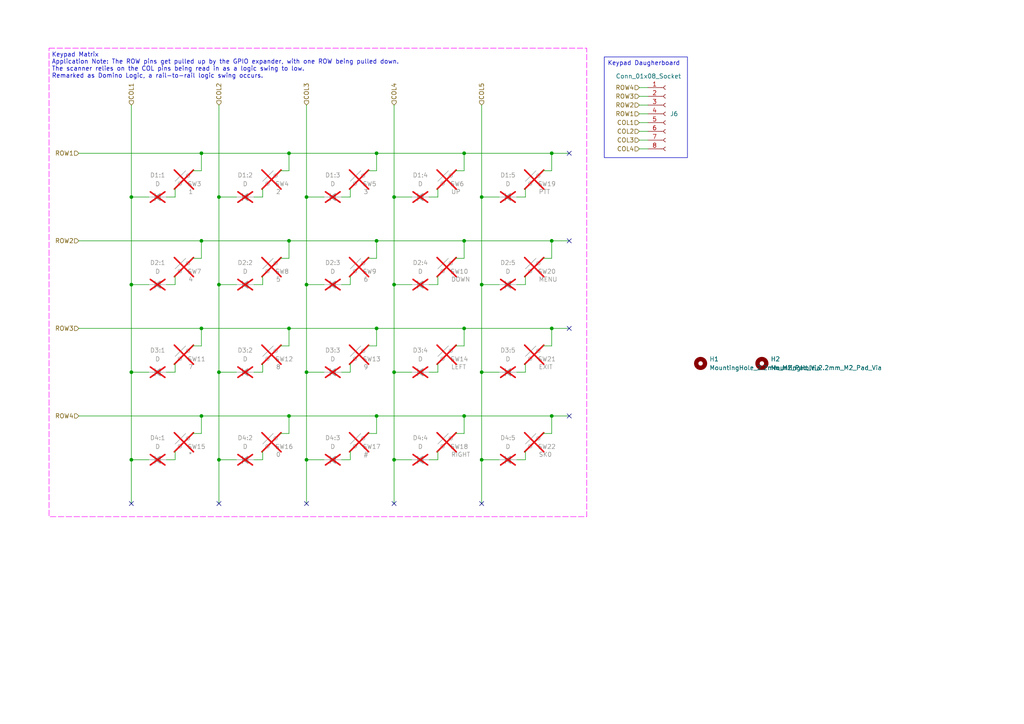
<source format=kicad_sch>
(kicad_sch (version 20250114) (generator "eeschema") (generator_version "9.0")
  (paper "A4")
  (lib_symbols
    (symbol "Connector:Conn_01x08_Socket" (pin_names (offset 1.016) (hide yes))
      (property "Reference" "J" (at 0 10.16 0))
      (property "Value" "Conn_01x08_Socket" (at 0 -12.7 0))
      (symbol "Conn_01x08_Socket_1_1"
        (polyline (pts (xy -1.27 7.62) (xy -0.508 7.62)) (stroke (width 0.1524)))
        (polyline (pts (xy -1.27 5.08) (xy -0.508 5.08)) (stroke (width 0.1524)))
        (polyline (pts (xy -1.27 2.54) (xy -0.508 2.54)) (stroke (width 0.1524)))
        (polyline (pts (xy -1.27 0) (xy -0.508 0)) (stroke (width 0.1524)))
        (polyline (pts (xy -1.27 -2.54) (xy -0.508 -2.54)) (stroke (width 0.1524)))
        (polyline (pts (xy -1.27 -5.08) (xy -0.508 -5.08)) (stroke (width 0.1524)))
        (polyline (pts (xy -1.27 -7.62) (xy -0.508 -7.62)) (stroke (width 0.1524)))
        (polyline (pts (xy -1.27 -10.16) (xy -0.508 -10.16)) (stroke (width 0.1524)))
        (arc (start 0 7.112) (mid -0.5058 7.62) (end 0 8.128) (stroke (width 0.1524)))
        (arc (start 0 4.572) (mid -0.5058 5.08) (end 0 5.588) (stroke (width 0.1524)))
        (arc (start 0 2.032) (mid -0.5058 2.54) (end 0 3.048) (stroke (width 0.1524)))
        (arc (start 0 -0.508) (mid -0.5058 0) (end 0 0.508) (stroke (width 0.1524)))
        (arc (start 0 -3.048) (mid -0.5058 -2.54) (end 0 -2.032) (stroke (width 0.1524)))
        (arc (start 0 -5.588) (mid -0.5058 -5.08) (end 0 -4.572) (stroke (width 0.1524)))
        (arc (start 0 -8.128) (mid -0.5058 -7.62) (end 0 -7.112) (stroke (width 0.1524)))
        (arc (start 0 -10.668) (mid -0.5058 -10.16) (end 0 -9.652) (stroke (width 0.1524)))
        (pin passive line (at -5.08 7.62 0) (length 3.81) (name "Pin_1") (number "1"))
        (pin passive line (at -5.08 5.08 0) (length 3.81) (name "Pin_2") (number "2"))
        (pin passive line (at -5.08 2.54 0) (length 3.81) (name "Pin_3") (number "3"))
        (pin passive line (at -5.08 0 0) (length 3.81) (name "Pin_4") (number "4"))
        (pin passive line (at -5.08 -2.54 0) (length 3.81) (name "Pin_5") (number "5"))
        (pin passive line (at -5.08 -5.08 0) (length 3.81) (name "Pin_6") (number "6"))
        (pin passive line (at -5.08 -7.62 0) (length 3.81) (name "Pin_7") (number "7"))
        (pin passive line (at -5.08 -10.16 0) (length 3.81) (name "Pin_8") (number "8"))
      )
    )
    (symbol "Device:D_Small_Filled" (pin_numbers (hide yes)) (pin_names (offset 0.254) (hide yes))
      (property "Reference" "D" (at -1.27 2.032 0))
      (property "Value" "D_Small_Filled" (at -3.81 -2.032 0))
      (symbol "D_Small_Filled_0_1"
        (polyline (pts (xy -0.762 0) (xy 0.762 0)))
        (polyline (pts (xy -0.762 -1.016) (xy -0.762 1.016)) (stroke (width 0.254)))
        (polyline (pts (xy 0.762 -1.016) (xy -0.762 0) (xy 0.762 1.016) (xy 0.762 -1.016)) (stroke (width 0.254)) (fill (type outline)))
      )
      (symbol "D_Small_Filled_1_1"
        (pin passive line (at -2.54 0 0) (length 1.778) (name "K") (number "1"))
        (pin passive line (at 2.54 0 180) (length 1.778) (name "A") (number "2"))
      )
    )
    (symbol "Mechanical:MountingHole" (pin_names (offset 1.016)) (exclude_from_sim yes) (in_bom no)
      (property "Reference" "H" (at 0 5.08 0))
      (property "Value" "MountingHole" (at 0 3.175 0))
      (symbol "MountingHole_0_1"
        (circle (center 0 0) (radius 1.27) (stroke (width 1.27)))
      )
    )
    (symbol "Switch:SW_Push_45deg" (pin_numbers (hide yes)) (pin_names (offset 1.016) (hide yes))
      (property "Reference" "SW" (at 3.048 1.016 0))
      (property "Value" "SW_Push_45deg" (at 0 -3.81 0))
      (symbol "SW_Push_45deg_0_1"
        (polyline (pts (xy -2.54 2.54) (xy -1.524 1.524) (xy -1.524 1.524)))
        (circle (center -1.1684 1.1684) (radius 0.508))
        (polyline (pts (xy -0.508 2.54) (xy 2.54 -0.508)))
        (polyline (pts (xy 1.016 1.016) (xy 2.032 2.032)))
        (circle (center 1.143 -1.1938) (radius 0.508))
        (polyline (pts (xy 1.524 -1.524) (xy 2.54 -2.54) (xy 2.54 -2.54) (xy 2.54 -2.54)))
        (pin passive line (at -2.54 2.54 0) (length 0) (name "1") (number "1"))
        (pin passive line (at 2.54 -2.54 180) (length 0) (name "2") (number "2"))
      )
    )
  )
  (rectangle (start 14.224 13.97) (end 170.18 149.86) (stroke (width 0) (type dash) (color 255 0 255 1)))
  (text "Keypad Matrix\nApplication Note: The ROW pins get pulled up by the GPIO expander, with one ROW being pulled down.\nThe scanner relies on the COL pins being read in as a logic swing to low.\nRemarked as Domino Logic, a rail-to-rail logic swing occurs." (at 14.986 19.05 0) (effects (font (size 1.27 1.27)) (justify left)))
  (text_box "Keypad Daugherboard" (at 175.26 16.51 0) (size 24.13 29.21) (margins 0.9525 0.9525 0.9525 0.9525) (effects (font (size 1.27 1.27)) (justify left top)))
  (junction (at 114.3 57.15))
  (junction (at 63.5 133.35))
  (junction (at 134.62 95.25))
  (junction (at 109.22 44.45))
  (junction (at 139.7 133.35))
  (junction (at 88.9 82.55))
  (junction (at 58.42 95.25))
  (junction (at 83.82 44.45))
  (junction (at 109.22 120.65))
  (junction (at 134.62 69.85))
  (junction (at 63.5 107.95))
  (junction (at 58.42 120.65))
  (junction (at 160.02 69.85))
  (junction (at 134.62 120.65))
  (junction (at 88.9 57.15))
  (junction (at 114.3 107.95))
  (junction (at 109.22 69.85))
  (junction (at 38.1 82.55))
  (junction (at 58.42 69.85))
  (junction (at 38.1 57.15))
  (junction (at 160.02 95.25))
  (junction (at 114.3 82.55))
  (junction (at 139.7 82.55))
  (junction (at 114.3 133.35))
  (junction (at 134.62 44.45))
  (junction (at 160.02 120.65))
  (junction (at 83.82 120.65))
  (junction (at 63.5 57.15))
  (junction (at 38.1 133.35))
  (junction (at 109.22 95.25))
  (junction (at 58.42 44.45))
  (junction (at 88.9 133.35))
  (junction (at 88.9 107.95))
  (junction (at 83.82 69.85))
  (junction (at 63.5 82.55))
  (junction (at 139.7 57.15))
  (junction (at 83.82 95.25))
  (junction (at 38.1 107.95))
  (junction (at 160.02 44.45))
  (junction (at 139.7 107.95))
  (no_connect (at 165.1 120.65))
  (no_connect (at 139.7 146.05))
  (no_connect (at 63.5 146.05))
  (no_connect (at 114.3 146.05))
  (no_connect (at 165.1 44.45))
  (no_connect (at 165.1 95.25))
  (no_connect (at 165.1 69.85))
  (no_connect (at 38.1 146.05))
  (no_connect (at 88.9 146.05))
  (wire (pts (xy 139.7 133.35) (xy 139.7 146.05)))
  (wire (pts (xy 185.42 30.48) (xy 187.96 30.48)))
  (wire (pts (xy 114.3 133.35) (xy 119.38 133.35)))
  (wire (pts (xy 160.02 69.85) (xy 165.1 69.85)))
  (wire (pts (xy 88.9 57.15) (xy 88.9 82.55)))
  (wire (pts (xy 152.4 57.15) (xy 149.86 57.15)))
  (wire (pts (xy 88.9 82.55) (xy 93.98 82.55)))
  (wire (pts (xy 139.7 133.35) (xy 144.78 133.35)))
  (wire (pts (xy 134.62 95.25) (xy 134.62 100.33)))
  (wire (pts (xy 38.1 107.95) (xy 38.1 133.35)))
  (wire (pts (xy 55.88 49.53) (xy 58.42 49.53)))
  (wire (pts (xy 76.2 107.95) (xy 76.2 105.41)))
  (wire (pts (xy 76.2 133.35) (xy 73.66 133.35)))
  (wire (pts (xy 106.68 100.33) (xy 109.22 100.33)))
  (wire (pts (xy 185.42 27.94) (xy 187.96 27.94)))
  (wire (pts (xy 134.62 120.65) (xy 160.02 120.65)))
  (wire (pts (xy 101.6 57.15) (xy 101.6 54.61)))
  (wire (pts (xy 83.82 69.85) (xy 83.82 74.93)))
  (wire (pts (xy 160.02 120.65) (xy 160.02 125.73)))
  (wire (pts (xy 109.22 95.25) (xy 109.22 100.33)))
  (wire (pts (xy 109.22 69.85) (xy 109.22 74.93)))
  (wire (pts (xy 114.3 107.95) (xy 119.38 107.95)))
  (wire (pts (xy 50.8 107.95) (xy 50.8 105.41)))
  (wire (pts (xy 63.5 133.35) (xy 68.58 133.35)))
  (wire (pts (xy 88.9 82.55) (xy 88.9 107.95)))
  (wire (pts (xy 58.42 44.45) (xy 83.82 44.45)))
  (wire (pts (xy 139.7 82.55) (xy 139.7 107.95)))
  (wire (pts (xy 127 82.55) (xy 127 80.01)))
  (wire (pts (xy 50.8 107.95) (xy 48.26 107.95)))
  (wire (pts (xy 88.9 107.95) (xy 93.98 107.95)))
  (wire (pts (xy 106.68 49.53) (xy 109.22 49.53)))
  (wire (pts (xy 160.02 95.25) (xy 160.02 100.33)))
  (wire (pts (xy 83.82 69.85) (xy 109.22 69.85)))
  (wire (pts (xy 152.4 107.95) (xy 149.86 107.95)))
  (wire (pts (xy 63.5 133.35) (xy 63.5 146.05)))
  (wire (pts (xy 109.22 44.45) (xy 134.62 44.45)))
  (wire (pts (xy 63.5 57.15) (xy 63.5 82.55)))
  (wire (pts (xy 152.4 82.55) (xy 149.86 82.55)))
  (wire (pts (xy 127 57.15) (xy 124.46 57.15)))
  (wire (pts (xy 50.8 82.55) (xy 48.26 82.55)))
  (wire (pts (xy 127 82.55) (xy 124.46 82.55)))
  (wire (pts (xy 132.08 74.93) (xy 134.62 74.93)))
  (wire (pts (xy 160.02 69.85) (xy 160.02 74.93)))
  (wire (pts (xy 88.9 107.95) (xy 88.9 133.35)))
  (wire (pts (xy 50.8 133.35) (xy 48.26 133.35)))
  (wire (pts (xy 76.2 57.15) (xy 73.66 57.15)))
  (wire (pts (xy 22.86 120.65) (xy 58.42 120.65)))
  (wire (pts (xy 101.6 82.55) (xy 101.6 80.01)))
  (wire (pts (xy 58.42 95.25) (xy 58.42 100.33)))
  (wire (pts (xy 38.1 57.15) (xy 43.18 57.15)))
  (wire (pts (xy 83.82 120.65) (xy 83.82 125.73)))
  (wire (pts (xy 38.1 82.55) (xy 43.18 82.55)))
  (wire (pts (xy 83.82 95.25) (xy 109.22 95.25)))
  (wire (pts (xy 109.22 120.65) (xy 109.22 125.73)))
  (wire (pts (xy 63.5 107.95) (xy 63.5 133.35)))
  (wire (pts (xy 106.68 125.73) (xy 109.22 125.73)))
  (wire (pts (xy 157.48 125.73) (xy 160.02 125.73)))
  (wire (pts (xy 55.88 100.33) (xy 58.42 100.33)))
  (wire (pts (xy 160.02 95.25) (xy 165.1 95.25)))
  (wire (pts (xy 38.1 133.35) (xy 43.18 133.35)))
  (wire (pts (xy 134.62 44.45) (xy 160.02 44.45)))
  (wire (pts (xy 109.22 120.65) (xy 134.62 120.65)))
  (wire (pts (xy 58.42 69.85) (xy 83.82 69.85)))
  (wire (pts (xy 157.48 74.93) (xy 160.02 74.93)))
  (wire (pts (xy 109.22 95.25) (xy 134.62 95.25)))
  (wire (pts (xy 50.8 57.15) (xy 48.26 57.15)))
  (wire (pts (xy 58.42 120.65) (xy 83.82 120.65)))
  (wire (pts (xy 185.42 35.56) (xy 187.96 35.56)))
  (wire (pts (xy 55.88 74.93) (xy 58.42 74.93)))
  (wire (pts (xy 114.3 82.55) (xy 114.3 107.95)))
  (wire (pts (xy 88.9 30.48) (xy 88.9 57.15)))
  (wire (pts (xy 101.6 57.15) (xy 99.06 57.15)))
  (wire (pts (xy 101.6 107.95) (xy 101.6 105.41)))
  (wire (pts (xy 157.48 49.53) (xy 160.02 49.53)))
  (wire (pts (xy 139.7 57.15) (xy 139.7 82.55)))
  (wire (pts (xy 76.2 57.15) (xy 76.2 54.61)))
  (wire (pts (xy 185.42 40.64) (xy 187.96 40.64)))
  (wire (pts (xy 88.9 57.15) (xy 93.98 57.15)))
  (wire (pts (xy 81.28 74.93) (xy 83.82 74.93)))
  (wire (pts (xy 127 133.35) (xy 127 130.81)))
  (wire (pts (xy 134.62 44.45) (xy 134.62 49.53)))
  (wire (pts (xy 38.1 133.35) (xy 38.1 146.05)))
  (wire (pts (xy 88.9 133.35) (xy 93.98 133.35)))
  (wire (pts (xy 83.82 44.45) (xy 109.22 44.45)))
  (wire (pts (xy 83.82 95.25) (xy 83.82 100.33)))
  (wire (pts (xy 81.28 49.53) (xy 83.82 49.53)))
  (wire (pts (xy 101.6 82.55) (xy 99.06 82.55)))
  (wire (pts (xy 50.8 82.55) (xy 50.8 80.01)))
  (wire (pts (xy 134.62 120.65) (xy 134.62 125.73)))
  (wire (pts (xy 38.1 30.48) (xy 38.1 57.15)))
  (wire (pts (xy 157.48 100.33) (xy 160.02 100.33)))
  (wire (pts (xy 81.28 125.73) (xy 83.82 125.73)))
  (wire (pts (xy 101.6 107.95) (xy 99.06 107.95)))
  (wire (pts (xy 132.08 125.73) (xy 134.62 125.73)))
  (wire (pts (xy 22.86 69.85) (xy 58.42 69.85)))
  (wire (pts (xy 38.1 57.15) (xy 38.1 82.55)))
  (wire (pts (xy 127 107.95) (xy 127 105.41)))
  (wire (pts (xy 76.2 82.55) (xy 76.2 80.01)))
  (wire (pts (xy 88.9 133.35) (xy 88.9 146.05)))
  (wire (pts (xy 134.62 69.85) (xy 160.02 69.85)))
  (wire (pts (xy 58.42 120.65) (xy 58.42 125.73)))
  (wire (pts (xy 152.4 133.35) (xy 149.86 133.35)))
  (wire (pts (xy 106.68 74.93) (xy 109.22 74.93)))
  (wire (pts (xy 134.62 69.85) (xy 134.62 74.93)))
  (wire (pts (xy 58.42 95.25) (xy 83.82 95.25)))
  (wire (pts (xy 63.5 82.55) (xy 68.58 82.55)))
  (wire (pts (xy 160.02 44.45) (xy 160.02 49.53)))
  (wire (pts (xy 76.2 82.55) (xy 73.66 82.55)))
  (wire (pts (xy 76.2 107.95) (xy 73.66 107.95)))
  (wire (pts (xy 83.82 44.45) (xy 83.82 49.53)))
  (wire (pts (xy 50.8 133.35) (xy 50.8 130.81)))
  (wire (pts (xy 114.3 107.95) (xy 114.3 133.35)))
  (wire (pts (xy 63.5 57.15) (xy 68.58 57.15)))
  (wire (pts (xy 185.42 43.18) (xy 187.96 43.18)))
  (wire (pts (xy 114.3 82.55) (xy 119.38 82.55)))
  (wire (pts (xy 152.4 133.35) (xy 152.4 130.81)))
  (wire (pts (xy 139.7 107.95) (xy 144.78 107.95)))
  (wire (pts (xy 114.3 57.15) (xy 114.3 82.55)))
  (wire (pts (xy 38.1 82.55) (xy 38.1 107.95)))
  (wire (pts (xy 63.5 82.55) (xy 63.5 107.95)))
  (wire (pts (xy 114.3 57.15) (xy 119.38 57.15)))
  (wire (pts (xy 185.42 33.02) (xy 187.96 33.02)))
  (wire (pts (xy 160.02 44.45) (xy 165.1 44.45)))
  (wire (pts (xy 185.42 25.4) (xy 187.96 25.4)))
  (wire (pts (xy 109.22 69.85) (xy 134.62 69.85)))
  (wire (pts (xy 185.42 38.1) (xy 187.96 38.1)))
  (wire (pts (xy 50.8 57.15) (xy 50.8 54.61)))
  (wire (pts (xy 58.42 44.45) (xy 58.42 49.53)))
  (wire (pts (xy 81.28 100.33) (xy 83.82 100.33)))
  (wire (pts (xy 101.6 133.35) (xy 101.6 130.81)))
  (wire (pts (xy 114.3 133.35) (xy 114.3 146.05)))
  (wire (pts (xy 55.88 125.73) (xy 58.42 125.73)))
  (wire (pts (xy 139.7 82.55) (xy 144.78 82.55)))
  (wire (pts (xy 160.02 120.65) (xy 165.1 120.65)))
  (wire (pts (xy 114.3 30.48) (xy 114.3 57.15)))
  (wire (pts (xy 22.86 95.25) (xy 58.42 95.25)))
  (wire (pts (xy 134.62 95.25) (xy 160.02 95.25)))
  (wire (pts (xy 109.22 44.45) (xy 109.22 49.53)))
  (wire (pts (xy 152.4 57.15) (xy 152.4 54.61)))
  (wire (pts (xy 58.42 69.85) (xy 58.42 74.93)))
  (wire (pts (xy 83.82 120.65) (xy 109.22 120.65)))
  (wire (pts (xy 76.2 133.35) (xy 76.2 130.81)))
  (wire (pts (xy 139.7 30.48) (xy 139.7 57.15)))
  (wire (pts (xy 152.4 107.95) (xy 152.4 105.41)))
  (wire (pts (xy 101.6 133.35) (xy 99.06 133.35)))
  (wire (pts (xy 132.08 49.53) (xy 134.62 49.53)))
  (wire (pts (xy 127 107.95) (xy 124.46 107.95)))
  (wire (pts (xy 22.86 44.45) (xy 58.42 44.45)))
  (wire (pts (xy 127 57.15) (xy 127 54.61)))
  (wire (pts (xy 139.7 57.15) (xy 144.78 57.15)))
  (wire (pts (xy 152.4 82.55) (xy 152.4 80.01)))
  (wire (pts (xy 127 133.35) (xy 124.46 133.35)))
  (wire (pts (xy 63.5 30.48) (xy 63.5 57.15)))
  (wire (pts (xy 139.7 107.95) (xy 139.7 133.35)))
  (wire (pts (xy 63.5 107.95) (xy 68.58 107.95)))
  (wire (pts (xy 132.08 100.33) (xy 134.62 100.33)))
  (wire (pts (xy 38.1 107.95) (xy 43.18 107.95)))
  (hierarchical_label "COL4" (shape input) (at 185.42 43.18 180))
  (hierarchical_label "ROW1" (shape input) (at 185.42 33.02 180))
  (hierarchical_label "ROW3" (shape input) (at 185.42 27.94 180))
  (hierarchical_label "COL2" (shape input) (at 63.5 30.48 90))
  (hierarchical_label "COL2" (shape input) (at 185.42 38.1 180))
  (hierarchical_label "ROW2" (shape input) (at 185.42 30.48 180))
  (hierarchical_label "COL1" (shape input) (at 185.42 35.56 180))
  (hierarchical_label "COL4" (shape input) (at 114.3 30.48 90))
  (hierarchical_label "COL3" (shape input) (at 185.42 40.64 180))
  (hierarchical_label "ROW2" (shape input) (at 22.86 69.85 180))
  (hierarchical_label "ROW4" (shape input) (at 22.86 120.65 180))
  (hierarchical_label "ROW3" (shape input) (at 22.86 95.25 180))
  (hierarchical_label "ROW4" (shape input) (at 185.42 25.4 180))
  (hierarchical_label "COL3" (shape input) (at 88.9 30.48 90))
  (hierarchical_label "COL5" (shape input) (at 139.7 30.48 90))
  (hierarchical_label "ROW1" (shape input) (at 22.86 44.45 180))
  (hierarchical_label "COL1" (shape input) (at 38.1 30.48 90))
  (symbol (lib_id "Switch:SW_Push_45deg") (at 78.74 52.07 90) (unit 1) (in_bom no) (on_board no) (dnp yes)
    (property "Reference" "SW4" (at 79.756 53.34 90) (effects (justify right)))
    (property "Value" "2" (at 80.01 55.626 90) (effects (justify right)))
    (property "Footprint" "Button_Switch_THT:SW_PUSH_6mm_H7.3mm" (effects (hide yes)))
    (property "Description" "Push button switch, normally open, two pins, 45° tilted" (effects (hide yes)))
    (instances (project "spur-demo" (path "" (reference "SW4") (unit 1))) (project "Cobalt-Cowboy" (path "" (reference "SW8") (unit 1))))
  )
  (symbol (lib_id "Device:D_Small_Filled") (at 45.72 107.95 0) (unit 1) (in_bom no) (on_board no) (dnp yes)
    (property "Reference" "D3:1" (at 45.72 101.6 0))
    (property "Value" "D" (at 45.72 104.14 0))
    (property "Footprint" "Diode_SMD:D_0603_1608Metric" (effects (hide yes)))
    (property "Description" "Diode, small symbol, filled shape" (effects (hide yes)))
    (property "Sim.Device" "D" (effects (hide yes)))
    (property "Sim.Pins" "1=K 2=A" (effects (hide yes)))
    (instances (project "spur-demo" (path "" (reference "D3:1") (unit 1))) (project "Cobalt-Cowboy" (path "" (reference "D4:1") (unit 1))))
  )
  (symbol (lib_id "Switch:SW_Push_45deg") (at 104.14 102.87 90) (unit 1) (in_bom no) (on_board no) (dnp yes)
    (property "Reference" "SW13" (at 105.156 104.14 90) (effects (justify right)))
    (property "Value" "9" (at 105.41 106.426 90) (effects (justify right)))
    (property "Footprint" "Button_Switch_THT:SW_PUSH_6mm_H7.3mm" (effects (hide yes)))
    (property "Description" "Push button switch, normally open, two pins, 45° tilted" (effects (hide yes)))
    (instances (project "spur-demo" (path "" (reference "SW13") (unit 1))) (project "Cobalt-Cowboy" (path "" (reference "SW17") (unit 1))))
  )
  (symbol (lib_id "Switch:SW_Push_45deg") (at 53.34 52.07 90) (unit 1) (in_bom no) (on_board no) (dnp yes)
    (property "Reference" "SW3" (at 54.356 53.34 90) (effects (justify right)))
    (property "Value" "1" (at 54.61 55.626 90) (effects (justify right)))
    (property "Footprint" "Button_Switch_THT:SW_PUSH_6mm_H7.3mm" (effects (hide yes)))
    (property "Description" "Push button switch, normally open, two pins, 45° tilted" (effects (hide yes)))
    (instances (project "spur-demo" (path "" (reference "SW3") (unit 1))) (project "Cobalt-Cowboy" (path "" (reference "SW7") (unit 1))))
  )
  (symbol (lib_id "Switch:SW_Push_45deg") (at 53.34 102.87 90) (unit 1) (in_bom no) (on_board no) (dnp yes)
    (property "Reference" "SW11" (at 54.356 104.14 90) (effects (justify right)))
    (property "Value" "7" (at 54.61 106.426 90) (effects (justify right)))
    (property "Footprint" "Button_Switch_THT:SW_PUSH_6mm_H7.3mm" (effects (hide yes)))
    (property "Description" "Push button switch, normally open, two pins, 45° tilted" (effects (hide yes)))
    (instances (project "spur-demo" (path "" (reference "SW11") (unit 1))) (project "Cobalt-Cowboy" (path "" (reference "SW15") (unit 1))))
  )
  (symbol (lib_id "Device:D_Small_Filled") (at 147.32 57.15 0) (unit 1) (in_bom no) (on_board no) (dnp yes)
    (property "Reference" "D1:5" (at 147.32 50.8 0))
    (property "Value" "D" (at 147.32 53.34 0))
    (property "Footprint" "Diode_SMD:D_0603_1608Metric" (effects (hide yes)))
    (property "Description" "Diode, small symbol, filled shape" (effects (hide yes)))
    (property "Sim.Device" "D" (effects (hide yes)))
    (property "Sim.Pins" "1=K 2=A" (effects (hide yes)))
  )
  (symbol (lib_id "Switch:SW_Push_45deg") (at 104.14 52.07 90) (unit 1) (in_bom no) (on_board no) (dnp yes)
    (property "Reference" "SW5" (at 105.156 53.34 90) (effects (justify right)))
    (property "Value" "3" (at 105.41 55.626 90) (effects (justify right)))
    (property "Footprint" "Button_Switch_THT:SW_PUSH_6mm_H7.3mm" (effects (hide yes)))
    (property "Description" "Push button switch, normally open, two pins, 45° tilted" (effects (hide yes)))
    (instances (project "spur-demo" (path "" (reference "SW5") (unit 1))) (project "Cobalt-Cowboy" (path "" (reference "SW9") (unit 1))))
  )
  (symbol (lib_id "Device:D_Small_Filled") (at 147.32 82.55 0) (unit 1) (in_bom no) (on_board no) (dnp yes)
    (property "Reference" "D2:5" (at 147.32 76.2 0))
    (property "Value" "D" (at 147.32 78.74 0))
    (property "Footprint" "Diode_SMD:D_0603_1608Metric" (effects (hide yes)))
    (property "Description" "Diode, small symbol, filled shape" (effects (hide yes)))
    (property "Sim.Device" "D" (effects (hide yes)))
    (property "Sim.Pins" "1=K 2=A" (effects (hide yes)))
    (instances (project "spur-demo" (path "" (reference "D2:5") (unit 1))) (project "Cobalt-Cowboy" (path "" (reference "D1:1") (unit 1))))
  )
  (symbol (lib_id "Switch:SW_Push_45deg") (at 78.74 102.87 90) (unit 1) (in_bom no) (on_board no) (dnp yes)
    (property "Reference" "SW12" (at 79.756 104.14 90) (effects (justify right)))
    (property "Value" "8" (at 80.01 106.426 90) (effects (justify right)))
    (property "Footprint" "Button_Switch_THT:SW_PUSH_6mm_H7.3mm" (effects (hide yes)))
    (property "Description" "Push button switch, normally open, two pins, 45° tilted" (effects (hide yes)))
    (instances (project "spur-demo" (path "" (reference "SW12") (unit 1))) (project "Cobalt-Cowboy" (path "" (reference "SW16") (unit 1))))
  )
  (symbol (lib_id "Device:D_Small_Filled") (at 45.72 82.55 0) (unit 1) (in_bom no) (on_board no) (dnp yes)
    (property "Reference" "D2:1" (at 45.72 76.2 0))
    (property "Value" "D" (at 45.72 78.74 0))
    (property "Footprint" "Diode_SMD:D_0603_1608Metric" (effects (hide yes)))
    (property "Description" "Diode, small symbol, filled shape" (effects (hide yes)))
    (property "Sim.Device" "D" (effects (hide yes)))
    (property "Sim.Pins" "1=K 2=A" (effects (hide yes)))
    (instances (project "spur-demo" (path "" (reference "D2:1") (unit 1))) (project "Cobalt-Cowboy" (path "" (reference "D3:1") (unit 1))))
  )
  (symbol (lib_id "Device:D_Small_Filled") (at 96.52 57.15 0) (unit 1) (in_bom no) (on_board no) (dnp yes)
    (property "Reference" "D1:3" (at 96.52 50.8 0))
    (property "Value" "D" (at 96.52 53.34 0))
    (property "Footprint" "Diode_SMD:D_0603_1608Metric" (effects (hide yes)))
    (property "Description" "Diode, small symbol, filled shape" (effects (hide yes)))
    (property "Sim.Device" "D" (effects (hide yes)))
    (property "Sim.Pins" "1=K 2=A" (effects (hide yes)))
    (instances (project "spur-demo" (path "" (reference "D1:3") (unit 1))) (project "Cobalt-Cowboy" (path "" (reference "D2:3") (unit 1))))
  )
  (symbol (lib_id "Device:D_Small_Filled") (at 121.92 57.15 0) (unit 1) (in_bom no) (on_board no) (dnp yes)
    (property "Reference" "D1:4" (at 121.92 50.8 0))
    (property "Value" "D" (at 121.92 53.34 0))
    (property "Footprint" "Diode_SMD:D_0603_1608Metric" (effects (hide yes)))
    (property "Description" "Diode, small symbol, filled shape" (effects (hide yes)))
    (property "Sim.Device" "D" (effects (hide yes)))
    (property "Sim.Pins" "1=K 2=A" (effects (hide yes)))
    (instances (project "spur-demo" (path "" (reference "D1:4") (unit 1))) (project "Cobalt-Cowboy" (path "" (reference "D1:2") (unit 1))))
  )
  (symbol (lib_id "Switch:SW_Push_45deg") (at 53.34 128.27 90) (unit 1) (in_bom no) (on_board no) (dnp yes)
    (property "Reference" "SW15" (at 54.356 129.54 90) (effects (justify right)))
    (property "Value" "*" (at 54.61 131.826 90) (effects (justify right)))
    (property "Footprint" "Button_Switch_THT:SW_PUSH_6mm_H7.3mm" (effects (hide yes)))
    (property "Description" "Push button switch, normally open, two pins, 45° tilted" (effects (hide yes)))
    (instances (project "spur-demo" (path "" (reference "SW15") (unit 1))) (project "Cobalt-Cowboy" (path "" (reference "SW10") (unit 1))))
  )
  (symbol (lib_id "Connector:Conn_01x08_Socket") (at 193.04 33.02 0) (unit 1)
    (property "Reference" "J6" (at 194.31 33.0199 0) (effects (justify left)))
    (property "Value" "Conn_01x08_Socket" (at 178.562 22.098 0) (effects (justify left)))
    (property "Footprint" "spur-demo:HW-834" (effects (hide yes)))
    (property "Description" "Generic connector, single row, 01x08, script generated" (effects (hide yes)))
  )
  (symbol (lib_id "Device:D_Small_Filled") (at 96.52 133.35 0) (unit 1) (in_bom no) (on_board no) (dnp yes)
    (property "Reference" "D4:3" (at 96.52 127 0))
    (property "Value" "D" (at 96.52 129.54 0))
    (property "Footprint" "Diode_SMD:D_0603_1608Metric" (effects (hide yes)))
    (property "Description" "Diode, small symbol, filled shape" (effects (hide yes)))
    (property "Sim.Device" "D" (effects (hide yes)))
    (property "Sim.Pins" "1=K 2=A" (effects (hide yes)))
    (instances (project "spur-demo" (path "" (reference "D4:3") (unit 1))) (project "Cobalt-Cowboy" (path "" (reference "D4:4") (unit 1))))
  )
  (symbol (lib_id "Switch:SW_Push_45deg") (at 53.34 77.47 90) (unit 1) (in_bom no) (on_board no) (dnp yes)
    (property "Reference" "SW7" (at 54.356 78.74 90) (effects (justify right)))
    (property "Value" "4" (at 54.61 81.026 90) (effects (justify right)))
    (property "Footprint" "Button_Switch_THT:SW_PUSH_6mm_H7.3mm" (effects (hide yes)))
    (property "Description" "Push button switch, normally open, two pins, 45° tilted" (effects (hide yes)))
    (instances (project "spur-demo" (path "" (reference "SW7") (unit 1))) (project "Cobalt-Cowboy" (path "" (reference "SW11") (unit 1))))
  )
  (symbol (lib_id "Device:D_Small_Filled") (at 45.72 57.15 0) (unit 1) (in_bom no) (on_board no) (dnp yes)
    (property "Reference" "D1:1" (at 45.72 50.8 0))
    (property "Value" "D" (at 45.72 53.34 0))
    (property "Footprint" "Diode_SMD:D_0603_1608Metric" (effects (hide yes)))
    (property "Description" "Diode, small symbol, filled shape" (effects (hide yes)))
    (property "Sim.Device" "D" (effects (hide yes)))
    (property "Sim.Pins" "1=K 2=A" (effects (hide yes)))
    (instances (project "spur-demo" (path "" (reference "D1:1") (unit 1))) (project "Cobalt-Cowboy" (path "" (reference "D2:1") (unit 1))))
  )
  (symbol (lib_id "Switch:SW_Push_45deg") (at 129.54 128.27 90) (unit 1) (in_bom no) (on_board no) (dnp yes)
    (property "Reference" "SW18" (at 130.556 129.54 90) (effects (justify right)))
    (property "Value" "RIGHT" (at 130.81 131.826 90) (effects (justify right)))
    (property "Footprint" "Button_Switch_THT:SW_PUSH_6mm_H7.3mm" (effects (hide yes)))
    (property "Description" "Push button switch, normally open, two pins, 45° tilted" (effects (hide yes)))
  )
  (symbol (lib_id "Switch:SW_Push_45deg") (at 129.54 102.87 90) (unit 1) (in_bom no) (on_board no) (dnp yes)
    (property "Reference" "SW14" (at 130.556 104.14 90) (effects (justify right)))
    (property "Value" "LEFT" (at 130.81 106.426 90) (effects (justify right)))
    (property "Footprint" "Button_Switch_THT:SW_PUSH_6mm_H7.3mm" (effects (hide yes)))
    (property "Description" "Push button switch, normally open, two pins, 45° tilted" (effects (hide yes)))
  )
  (symbol (lib_id "Switch:SW_Push_45deg") (at 154.94 77.47 90) (unit 1) (in_bom no) (on_board no) (dnp yes)
    (property "Reference" "SW20" (at 155.956 78.74 90) (effects (justify right)))
    (property "Value" "MENU" (at 156.21 81.026 90) (effects (justify right)))
    (property "Footprint" "Button_Switch_THT:SW_PUSH_6mm_H7.3mm" (effects (hide yes)))
    (property "Description" "Push button switch, normally open, two pins, 45° tilted" (effects (hide yes)))
    (instances (project "spur-demo" (path "" (reference "SW20") (unit 1))) (project "Cobalt-Cowboy" (path "" (reference "SW3") (unit 1))))
  )
  (symbol (lib_id "Mechanical:MountingHole") (at 220.98 105.41 0) (unit 1) (exclude_from_sim yes) (in_bom no)
    (property "Reference" "H2" (at 223.52 104.1399 0) (effects (justify left)))
    (property "Value" "MountingHole_2.2mm_M2_Pad_Via" (at 223.52 106.6799 0) (effects (justify left)))
    (property "Footprint" "MountingHole:MountingHole_2.2mm_M2_Pad_Via" (effects (hide yes)))
  )
  (symbol (lib_id "Switch:SW_Push_45deg") (at 78.74 77.47 90) (unit 1) (in_bom no) (on_board no) (dnp yes)
    (property "Reference" "SW8" (at 79.756 78.74 90) (effects (justify right)))
    (property "Value" "5" (at 80.01 81.026 90) (effects (justify right)))
    (property "Footprint" "Button_Switch_THT:SW_PUSH_6mm_H7.3mm" (effects (hide yes)))
    (property "Description" "Push button switch, normally open, two pins, 45° tilted" (effects (hide yes)))
    (instances (project "spur-demo" (path "" (reference "SW8") (unit 1))) (project "Cobalt-Cowboy" (path "" (reference "SW12") (unit 1))))
  )
  (symbol (lib_id "Device:D_Small_Filled") (at 71.12 82.55 0) (unit 1) (in_bom no) (on_board no) (dnp yes)
    (property "Reference" "D2:2" (at 71.12 76.2 0))
    (property "Value" "D" (at 71.12 78.74 0))
    (property "Footprint" "Diode_SMD:D_0603_1608Metric" (effects (hide yes)))
    (property "Description" "Diode, small symbol, filled shape" (effects (hide yes)))
    (property "Sim.Device" "D" (effects (hide yes)))
    (property "Sim.Pins" "1=K 2=A" (effects (hide yes)))
    (instances (project "spur-demo" (path "" (reference "D2:2") (unit 1))) (project "Cobalt-Cowboy" (path "" (reference "D3:2") (unit 1))))
  )
  (symbol (lib_id "Switch:SW_Push_45deg") (at 129.54 52.07 90) (unit 1) (in_bom no) (on_board no) (dnp yes)
    (property "Reference" "SW6" (at 130.556 53.34 90) (effects (justify right)))
    (property "Value" "UP" (at 130.81 55.626 90) (effects (justify right)))
    (property "Footprint" "Button_Switch_THT:SW_PUSH_6mm_H7.3mm" (effects (hide yes)))
    (property "Description" "Push button switch, normally open, two pins, 45° tilted" (effects (hide yes)))
    (instances (project "spur-demo" (path "" (reference "SW6") (unit 1))) (project "Cobalt-Cowboy" (path "" (reference "SW4") (unit 1))))
  )
  (symbol (lib_id "Switch:SW_Push_45deg") (at 154.94 102.87 90) (unit 1) (in_bom no) (on_board no) (dnp yes)
    (property "Reference" "SW21" (at 155.956 104.14 90) (effects (justify right)))
    (property "Value" "EXIT" (at 156.21 106.426 90) (effects (justify right)))
    (property "Footprint" "Button_Switch_THT:SW_PUSH_6mm_H7.3mm" (effects (hide yes)))
    (property "Description" "Push button switch, normally open, two pins, 45° tilted" (effects (hide yes)))
    (instances (project "spur-demo" (path "" (reference "SW21") (unit 1))) (project "Cobalt-Cowboy" (path "" (reference "SW6") (unit 1))))
  )
  (symbol (lib_id "Switch:SW_Push_45deg") (at 154.94 52.07 90) (unit 1) (in_bom no) (on_board no) (dnp yes)
    (property "Reference" "SW19" (at 155.956 53.34 90) (effects (justify right)))
    (property "Value" "PTT" (at 156.21 55.626 90) (effects (justify right)))
    (property "Footprint" "Button_Switch_THT:SW_PUSH_6mm_H7.3mm" (effects (hide yes)))
    (property "Description" "Push button switch, normally open, two pins, 45° tilted" (effects (hide yes)))
  )
  (symbol (lib_id "Device:D_Small_Filled") (at 121.92 82.55 0) (unit 1) (in_bom no) (on_board no) (dnp yes)
    (property "Reference" "D2:4" (at 121.92 76.2 0))
    (property "Value" "D" (at 121.92 78.74 0))
    (property "Footprint" "Diode_SMD:D_0603_1608Metric" (effects (hide yes)))
    (property "Description" "Diode, small symbol, filled shape" (effects (hide yes)))
    (property "Sim.Device" "D" (effects (hide yes)))
    (property "Sim.Pins" "1=K 2=A" (effects (hide yes)))
    (instances (project "spur-demo" (path "" (reference "D2:4") (unit 1))) (project "Cobalt-Cowboy" (path "" (reference "D1:3") (unit 1))))
  )
  (symbol (lib_id "Switch:SW_Push_45deg") (at 154.94 128.27 90) (unit 1) (in_bom no) (on_board no) (dnp yes)
    (property "Reference" "SW22" (at 155.956 129.54 90) (effects (justify right)))
    (property "Value" "SK0" (at 156.21 131.826 90) (effects (justify right)))
    (property "Footprint" "Button_Switch_THT:SW_PUSH_6mm_H7.3mm" (effects (hide yes)))
    (property "Description" "Push button switch, normally open, two pins, 45° tilted" (effects (hide yes)))
  )
  (symbol (lib_id "Device:D_Small_Filled") (at 96.52 107.95 0) (unit 1) (in_bom no) (on_board no) (dnp yes)
    (property "Reference" "D3:3" (at 96.52 101.6 0))
    (property "Value" "D" (at 96.52 104.14 0))
    (property "Footprint" "Diode_SMD:D_0603_1608Metric" (effects (hide yes)))
    (property "Description" "Diode, small symbol, filled shape" (effects (hide yes)))
    (property "Sim.Device" "D" (effects (hide yes)))
    (property "Sim.Pins" "1=K 2=A" (effects (hide yes)))
    (instances (project "spur-demo" (path "" (reference "D3:3") (unit 1))) (project "Cobalt-Cowboy" (path "" (reference "D4:3") (unit 1))))
  )
  (symbol (lib_id "Mechanical:MountingHole") (at 203.2 105.41 0) (unit 1) (exclude_from_sim yes) (in_bom no)
    (property "Reference" "H1" (at 205.74 104.1399 0) (effects (justify left)))
    (property "Value" "MountingHole_2.2mm_M2_Pad_Via" (at 205.74 106.6799 0) (effects (justify left)))
    (property "Footprint" "MountingHole:MountingHole_2.2mm_M2_Pad_Via" (effects (hide yes)))
  )
  (symbol (lib_id "Device:D_Small_Filled") (at 96.52 82.55 0) (unit 1) (in_bom no) (on_board no) (dnp yes)
    (property "Reference" "D2:3" (at 96.52 76.2 0))
    (property "Value" "D" (at 96.52 78.74 0))
    (property "Footprint" "Diode_SMD:D_0603_1608Metric" (effects (hide yes)))
    (property "Description" "Diode, small symbol, filled shape" (effects (hide yes)))
    (property "Sim.Device" "D" (effects (hide yes)))
    (property "Sim.Pins" "1=K 2=A" (effects (hide yes)))
    (instances (project "spur-demo" (path "" (reference "D2:3") (unit 1))) (project "Cobalt-Cowboy" (path "" (reference "D3:3") (unit 1))))
  )
  (symbol (lib_id "Device:D_Small_Filled") (at 147.32 107.95 0) (unit 1) (in_bom no) (on_board no) (dnp yes)
    (property "Reference" "D3:5" (at 147.32 101.6 0))
    (property "Value" "D" (at 147.32 104.14 0))
    (property "Footprint" "Diode_SMD:D_0603_1608Metric" (effects (hide yes)))
    (property "Description" "Diode, small symbol, filled shape" (effects (hide yes)))
    (property "Sim.Device" "D" (effects (hide yes)))
    (property "Sim.Pins" "1=K 2=A" (effects (hide yes)))
    (instances (project "spur-demo" (path "" (reference "D3:5") (unit 1))) (project "Cobalt-Cowboy" (path "" (reference "D1:4") (unit 1))))
  )
  (symbol (lib_id "Device:D_Small_Filled") (at 147.32 133.35 0) (unit 1) (in_bom no) (on_board no) (dnp yes)
    (property "Reference" "D4:5" (at 147.32 127 0))
    (property "Value" "D" (at 147.32 129.54 0))
    (property "Footprint" "Diode_SMD:D_0603_1608Metric" (effects (hide yes)))
    (property "Description" "Diode, small symbol, filled shape" (effects (hide yes)))
    (property "Sim.Device" "D" (effects (hide yes)))
    (property "Sim.Pins" "1=K 2=A" (effects (hide yes)))
  )
  (symbol (lib_id "Device:D_Small_Filled") (at 71.12 107.95 0) (unit 1) (in_bom no) (on_board no) (dnp yes)
    (property "Reference" "D3:2" (at 71.12 101.6 0))
    (property "Value" "D" (at 71.12 104.14 0))
    (property "Footprint" "Diode_SMD:D_0603_1608Metric" (effects (hide yes)))
    (property "Description" "Diode, small symbol, filled shape" (effects (hide yes)))
    (property "Sim.Device" "D" (effects (hide yes)))
    (property "Sim.Pins" "1=K 2=A" (effects (hide yes)))
    (instances (project "spur-demo" (path "" (reference "D3:2") (unit 1))) (project "Cobalt-Cowboy" (path "" (reference "D4:2") (unit 1))))
  )
  (symbol (lib_id "Switch:SW_Push_45deg") (at 104.14 128.27 90) (unit 1) (in_bom no) (on_board no) (dnp yes)
    (property "Reference" "SW17" (at 105.156 129.54 90) (effects (justify right)))
    (property "Value" "#" (at 105.41 131.826 90) (effects (justify right)))
    (property "Footprint" "Button_Switch_THT:SW_PUSH_6mm_H7.3mm" (effects (hide yes)))
    (property "Description" "Push button switch, normally open, two pins, 45° tilted" (effects (hide yes)))
    (instances (project "spur-demo" (path "" (reference "SW17") (unit 1))) (project "Cobalt-Cowboy" (path "" (reference "SW18") (unit 1))))
  )
  (symbol (lib_id "Switch:SW_Push_45deg") (at 78.74 128.27 90) (unit 1) (in_bom no) (on_board no) (dnp yes)
    (property "Reference" "SW16" (at 79.756 129.54 90) (effects (justify right)))
    (property "Value" "0" (at 80.01 131.826 90) (effects (justify right)))
    (property "Footprint" "Button_Switch_THT:SW_PUSH_6mm_H7.3mm" (effects (hide yes)))
    (property "Description" "Push button switch, normally open, two pins, 45° tilted" (effects (hide yes)))
    (instances (project "spur-demo" (path "" (reference "SW16") (unit 1))) (project "Cobalt-Cowboy" (path "" (reference "SW14") (unit 1))))
  )
  (symbol (lib_id "Device:D_Small_Filled") (at 121.92 133.35 0) (unit 1) (in_bom no) (on_board no) (dnp yes)
    (property "Reference" "D4:4" (at 121.92 127 0))
    (property "Value" "D" (at 121.92 129.54 0))
    (property "Footprint" "Diode_SMD:D_0603_1608Metric" (effects (hide yes)))
    (property "Description" "Diode, small symbol, filled shape" (effects (hide yes)))
    (property "Sim.Device" "D" (effects (hide yes)))
    (property "Sim.Pins" "1=K 2=A" (effects (hide yes)))
  )
  (symbol (lib_id "Device:D_Small_Filled") (at 121.92 107.95 0) (unit 1) (in_bom no) (on_board no) (dnp yes)
    (property "Reference" "D3:4" (at 121.92 101.6 0))
    (property "Value" "D" (at 121.92 104.14 0))
    (property "Footprint" "Diode_SMD:D_0603_1608Metric" (effects (hide yes)))
    (property "Description" "Diode, small symbol, filled shape" (effects (hide yes)))
    (property "Sim.Device" "D" (effects (hide yes)))
    (property "Sim.Pins" "1=K 2=A" (effects (hide yes)))
  )
  (symbol (lib_id "Device:D_Small_Filled") (at 71.12 57.15 0) (unit 1) (in_bom no) (on_board no) (dnp yes)
    (property "Reference" "D1:2" (at 71.12 50.8 0))
    (property "Value" "D" (at 71.12 53.34 0))
    (property "Footprint" "Diode_SMD:D_0603_1608Metric" (effects (hide yes)))
    (property "Description" "Diode, small symbol, filled shape" (effects (hide yes)))
    (property "Sim.Device" "D" (effects (hide yes)))
    (property "Sim.Pins" "1=K 2=A" (effects (hide yes)))
    (instances (project "spur-demo" (path "" (reference "D1:2") (unit 1))) (project "Cobalt-Cowboy" (path "" (reference "D2:2") (unit 1))))
  )
  (symbol (lib_id "Switch:SW_Push_45deg") (at 129.54 77.47 90) (unit 1) (in_bom no) (on_board no) (dnp yes)
    (property "Reference" "SW10" (at 130.556 78.74 90) (effects (justify right)))
    (property "Value" "DOWN" (at 130.81 81.026 90) (effects (justify right)))
    (property "Footprint" "Button_Switch_THT:SW_PUSH_6mm_H7.3mm" (effects (hide yes)))
    (property "Description" "Push button switch, normally open, two pins, 45° tilted" (effects (hide yes)))
    (instances (project "spur-demo" (path "" (reference "SW10") (unit 1))) (project "Cobalt-Cowboy" (path "" (reference "SW5") (unit 1))))
  )
  (symbol (lib_id "Device:D_Small_Filled") (at 45.72 133.35 0) (unit 1) (in_bom no) (on_board no) (dnp yes)
    (property "Reference" "D4:1" (at 45.72 127 0))
    (property "Value" "D" (at 45.72 129.54 0))
    (property "Footprint" "Diode_SMD:D_0603_1608Metric" (effects (hide yes)))
    (property "Description" "Diode, small symbol, filled shape" (effects (hide yes)))
    (property "Sim.Device" "D" (effects (hide yes)))
    (property "Sim.Pins" "1=K 2=A" (effects (hide yes)))
    (instances (project "spur-demo" (path "" (reference "D4:1") (unit 1))) (project "Cobalt-Cowboy" (path "" (reference "D2:4") (unit 1))))
  )
  (symbol (lib_id "Device:D_Small_Filled") (at 71.12 133.35 0) (unit 1) (in_bom no) (on_board no) (dnp yes)
    (property "Reference" "D4:2" (at 71.12 127 0))
    (property "Value" "D" (at 71.12 129.54 0))
    (property "Footprint" "Diode_SMD:D_0603_1608Metric" (effects (hide yes)))
    (property "Description" "Diode, small symbol, filled shape" (effects (hide yes)))
    (property "Sim.Device" "D" (effects (hide yes)))
    (property "Sim.Pins" "1=K 2=A" (effects (hide yes)))
    (instances (project "spur-demo" (path "" (reference "D4:2") (unit 1))) (project "Cobalt-Cowboy" (path "" (reference "D3:4") (unit 1))))
  )
  (symbol (lib_id "Switch:SW_Push_45deg") (at 104.14 77.47 90) (unit 1) (in_bom no) (on_board no) (dnp yes)
    (property "Reference" "SW9" (at 105.156 78.74 90) (effects (justify right)))
    (property "Value" "6" (at 105.41 81.026 90) (effects (justify right)))
    (property "Footprint" "Button_Switch_THT:SW_PUSH_6mm_H7.3mm" (effects (hide yes)))
    (property "Description" "Push button switch, normally open, two pins, 45° tilted" (effects (hide yes)))
    (instances (project "spur-demo" (path "" (reference "SW9") (unit 1))) (project "Cobalt-Cowboy" (path "" (reference "SW13") (unit 1))))
  )
)
</source>
